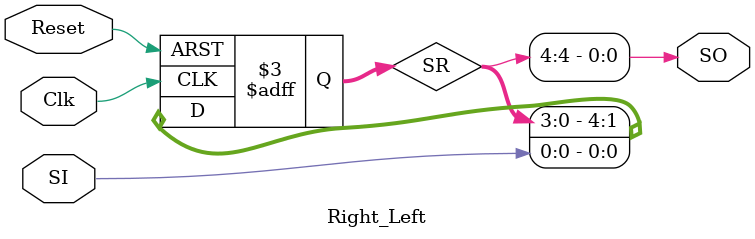
<source format=v>
`timescale 1ns / 1ps


module Right_Left(
    input SI,
    input Clk,
    input Reset,
    output SO
    );
    
    reg [4:0]SR;
    
    always @(posedge Clk,negedge Reset)
        if(!Reset)
            SR <= 5'd0;
        else 
            SR <= {SR[3:0],SI};
    
    assign SO = SR[4];
    
endmodule

</source>
